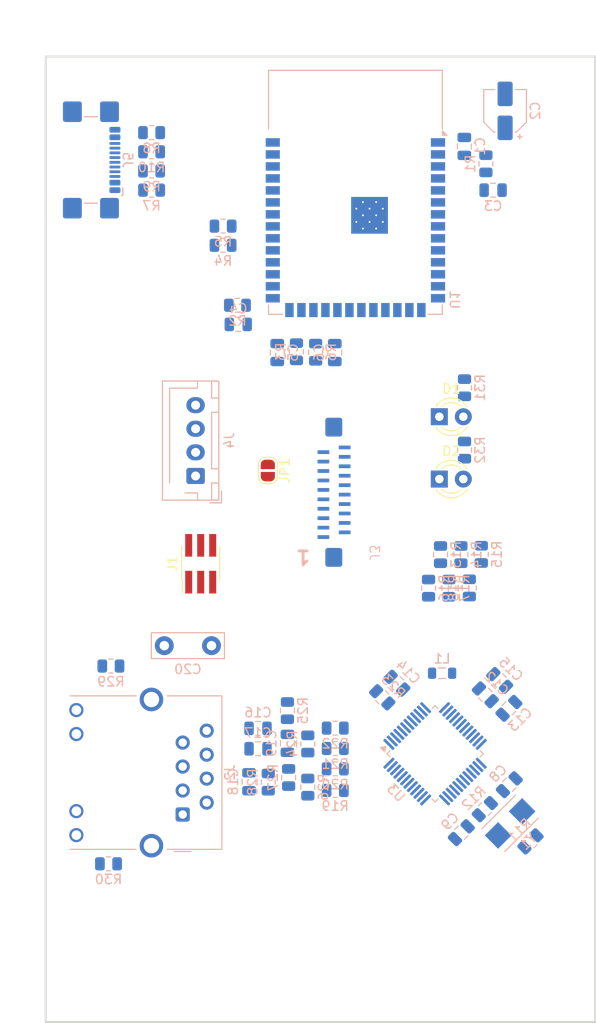
<source format=kicad_pcb>
(kicad_pcb (version 20241229) (generator "pcbnew") (generator_version "9.0")
  (layers (0 "F.Cu" signal) (2 "B.Cu" signal) (13 "F.Paste" user) (15 "B.Paste" user) (5 "F.SilkS" user "F.Silkscreen") (7 "B.SilkS" user "B.Silkscreen") (1 "F.Mask" user) (3 "B.Mask" user) (25 "Edge.Cuts" user))
  (net 0 "")
  (net 1 "GND")
  (net 2 "+3V3")
  (net 3 "+5V")
  (net 4 "/MCU/~{RESET}")
  (net 5 "/MCU/FactoryReset")
  (net 6 "/MCU/FlashBoot")
  (net 7 "/MCU/VDD_SPI")
  (net 8 "Earth_Protective")
  (net 9 "/Ethernet/LED_ACT")
  (net 10 "Net-(J2-TCT)")
  (net 11 "Net-(J2-Pad9)")
  (net 12 "/Ethernet/LED_LINK")
  (net 13 "/Ethernet/TD+")
  (net 14 "/Ethernet/RD+")
  (net 15 "Net-(J2-Pad12)")
  (net 16 "/Ethernet/RD-")
  (net 18 "/Ethernet/RCT")
  (net 19 "/Ethernet/TD-")
  (net 20 "/ADC.SDA")
  (net 21 "/ADC.SCL")
  (net 22 "/LED.Ena4")
  (net 23 "/LED.Data")
  (net 24 "/ADC.RDY")
  (net 25 "/LED.Ena2")
  (net 26 "/LED.Ena5")
  (net 27 "/LED.Ena7")
  (net 28 "/LED.Ena8")
  (net 29 "/LED.Ena3")
  (net 30 "/LED.Ena6")
  (net 31 "/LED.Ena1")
  (net 32 "+3.3VA")
  (net 33 "/MCU/I2C.SCL")
  (net 34 "/Ethernet/XI")
  (net 35 "/MCU/USB.D+")
  (net 36 "/MCU/USB.D-")
  (net 37 "/Ethernet/XO")
  (net 38 "/Eth.SCLK")
  (net 39 "/Eth.MOSI")
  (net 40 "/Eth.~{RST}")
  (net 41 "/Eth.~{SCS}")
  (net 42 "/Eth.MISO")
  (net 43 "/Eth.~{INT}")
  (net 44 "/MCU/I2C.SDA")
  (net 45 "Net-(C9-Pad1)")
  (net 46 "Net-(U3-1V2O)")
  (net 47 "Net-(U3-TOCAP)")
  (net 48 "Net-(C16-Pad1)")
  (net 49 "Net-(C17-Pad1)")
  (net 50 "Net-(U3-SCLK)")
  (net 51 "Net-(U3-MOSI)")
  (net 52 "Net-(U3-~{RST})")
  (net 53 "Net-(U3-~{SCS})")
  (net 54 "Net-(U3-MISO)")
  (net 55 "Net-(U3-~{INT})")
  (net 56 "Net-(U3-TXN)")
  (net 57 "Net-(U3-TXP)")
  (net 58 "Net-(U3-RXN)")
  (net 59 "Net-(U3-RXP)")
  (net 60 "Net-(U3-EXRES1)")
  (net 61 "/MCU/RX0 Download")
  (net 62 "/MCU/TX0 Download")
  (net 70 "Net-(D1-A)")
  (net 71 "/MCU/LED2")
  (net 75 "Net-(D2-A)")
  (net 76 "/MCU/LED1")
  (net 94 "Net-(J5-D+-PadA6)")
  (net 98 "Net-(J5-CC2)")
  (net 102 "Net-(J5-CC1)")
  (net 103 "Net-(J5-D--PadA7)")
  (footprint "LED_THT:LED_D3.0mm" (layer "F.Cu") (at 135.001 89.408)
    (property "Reference" "D2" (at 1.27 -2.96 0) (layer "F.SilkS"))
    (property "Value" "LED")
    (pad "1" thru_hole rect (at 0 0) (size 1.8 1.8) (drill 0.9) (layers "*.Cu" "*.Mask") (net 76 "/MCU/LED1"))
    (pad "2" thru_hole circle (at 2.54 0) (size 1.8 1.8) (drill 0.9) (layers "*.Cu" "*.Mask") (net 75 "Net-(D2-A)"))
  )
  (footprint "Jumper:SolderJumper-2_P1.3mm_Open_RoundedPad1.0x1.5mm" (layer "F.Cu") (at 116.84 88.504 -90)
    (property "Reference" "JP1" (at 0 -1.8 90) (layer "F.SilkS"))
    (property "Value" "Factory Reset")
    (pad "1" smd custom (at -0.65 0 270) (size 1 0.5) (layers "F.Cu" "F.Mask") (net 5 "/MCU/FactoryReset") (options (clearance outline) (anchor rect)) (primitives (gr_circle (center 0 0.25) (end 0.5 0.25) (width 0) (fill yes)) (gr_circle (center 0 -0.25) (end 0.5 -0.25) (width 0) (fill yes)) (gr_poly (pts (xy 0.5 0.75) (xy 0 0.75) (xy 0 -0.75) (xy 0.5 -0.75)) (width 0) (fill yes))))
    (pad "2" smd custom (at 0.65 0 270) (size 1 0.5) (layers "F.Cu" "F.Mask") (net 1 "GND") (options (clearance outline) (anchor rect)) (primitives (gr_circle (center 0 0.25) (end 0.5 0.25) (width 0) (fill yes)) (gr_circle (center 0 -0.25) (end 0.5 -0.25) (width 0) (fill yes)) (gr_poly (pts (xy 0 0.75) (xy -0.5 0.75) (xy -0.5 -0.75) (xy 0 -0.75)) (width 0) (fill yes))))
  )
  (footprint "Connector_PinHeader_1.27mm:PinHeader_2x03_P1.27mm_Vertical_SMD" (layer "F.Cu") (at 109.728 98.38 90)
    (property "Reference" "J1" (at 0 -3.015 90) (layer "F.SilkS"))
    (property "Value" "UART0")
    (pad "1" smd rect (at -1.95 -1.27 90) (size 2.4 0.74) (layers "F.Cu" "F.Mask" "F.Paste") (net 4 "/MCU/~{RESET}"))
    (pad "2" smd rect (at 1.95 -1.27 90) (size 2.4 0.74) (layers "F.Cu" "F.Mask" "F.Paste"))
    (pad "3" smd rect (at -1.95 0 90) (size 2.4 0.74) (layers "F.Cu" "F.Mask" "F.Paste") (net 62 "/MCU/TX0 Download"))
    (pad "4" smd rect (at 1.95 0 90) (size 2.4 0.74) (layers "F.Cu" "F.Mask" "F.Paste") (net 1 "GND"))
    (pad "5" smd rect (at -1.95 1.27 90) (size 2.4 0.74) (layers "F.Cu" "F.Mask" "F.Paste") (net 61 "/MCU/RX0 Download"))
    (pad "6" smd rect (at 1.95 1.27 90) (size 2.4 0.74) (layers "F.Cu" "F.Mask" "F.Paste") (net 6 "/MCU/FlashBoot"))
  )
  (footprint "LED_THT:LED_D3.0mm" (layer "F.Cu") (at 135.001 82.804)
    (property "Reference" "D1" (at 1.27 -2.96 0) (layer "F.SilkS"))
    (property "Value" "LED")
    (pad "1" thru_hole rect (at 0 0) (size 1.8 1.8) (drill 0.9) (layers "*.Cu" "*.Mask") (net 71 "/MCU/LED2"))
    (pad "2" thru_hole circle (at 2.54 0) (size 1.8 1.8) (drill 0.9) (layers "*.Cu" "*.Mask") (net 70 "Net-(D1-A)"))
  )
  (footprint "Resistor_SMD:R_0805_2012Metric" (layer "B.Cu") (at 100.219502 109.219999)
    (property "Reference" "R29" (at 0 1.65 0) (layer "B.SilkS") (effects (justify mirror)))
    (property "Value" "330")
    (pad "1" smd roundrect (at -0.9125 0) (size 1.025 1.4) (layers "B.Cu" "B.Mask" "B.Paste") (roundrect_rratio 0.243902) (net 15 "Net-(J2-Pad12)"))
    (pad "2" smd roundrect (at 0.9125 0) (size 1.025 1.4) (layers "B.Cu" "B.Mask" "B.Paste") (roundrect_rratio 0.243902) (net 2 "+3V3"))
  )
  (footprint "Resistor_SMD:R_0805_2012Metric" (layer "B.Cu") (at 121.071 122.047 90)
    (property "Reference" "R26" (at 0 1.65 90) (layer "B.SilkS") (effects (justify mirror)))
    (property "Value" "49.9")
    (pad "1" smd roundrect (at -0.9125 0 90) (size 1.025 1.4) (layers "B.Cu" "B.Mask" "B.Paste") (roundrect_rratio 0.243902) (net 19 "/Ethernet/TD-"))
    (pad "2" smd roundrect (at 0.9125 0 90) (size 1.025 1.4) (layers "B.Cu" "B.Mask" "B.Paste") (roundrect_rratio 0.243902) (net 32 "+3.3VA"))
  )
  (footprint "Capacitor_SMD:C_0805_2012Metric" (layer "B.Cu") (at 140.695 58.797)
    (property "Reference" "C3" (at 0 1.68 180) (layer "B.SilkS") (effects (justify mirror)))
    (property "Value" "0.1")
    (pad "1" smd roundrect (at -0.95 0) (size 1 1.45) (layers "B.Cu" "B.Mask" "B.Paste") (net 4 "/MCU/~{RESET}"))
    (pad "2" smd roundrect (at 0.95 0) (size 1 1.45) (layers "B.Cu" "B.Mask" "B.Paste") (net 1 "GND"))
  )
  (footprint "Resistor_SMD:R_0805_2012Metric" (layer "B.Cu") (at 123.975484 120.114553)
    (property "Reference" "R20" (at 0 1.65 0) (layer "B.SilkS") (effects (justify mirror)))
    (property "Value" "33")
    (pad "1" smd roundrect (at -0.9125 0) (size 1.025 1.4) (layers "B.Cu" "B.Mask" "B.Paste") (roundrect_rratio 0.243902) (net 13 "/Ethernet/TD+"))
    (pad "2" smd roundrect (at 0.9125 0) (size 1.025 1.4) (layers "B.Cu" "B.Mask" "B.Paste") (roundrect_rratio 0.243902) (net 57 "Net-(U3-TXP)"))
  )
  (footprint "Capacitor_SMD:C_0805_2012Metric" (layer "B.Cu") (at 139.867 112.268 135)
    (property "Reference" "C12" (at 0 1.679999 135) (layer "B.SilkS") (effects (justify mirror)))
    (property "Value" "0.1u")
    (pad "1" smd roundrect (at -0.949999 0 135) (size 1 1.45) (layers "B.Cu" "B.Mask" "B.Paste") (net 2 "+3V3"))
    (pad "2" smd roundrect (at 0.949999 0 135) (size 1 1.45) (layers "B.Cu" "B.Mask" "B.Paste") (net 1 "GND"))
  )
  (footprint "Resistor_SMD:R_0805_2012Metric" (layer "B.Cu") (at 112.0965 62.607)
    (property "Reference" "R5" (at 0 1.65 180) (layer "B.SilkS") (effects (justify mirror)))
    (property "Value" "10k")
    (pad "1" smd roundrect (at -0.9125 0) (size 1.025 1.4) (layers "B.Cu" "B.Mask" "B.Paste") (roundrect_rratio 0.243902) (net 2 "+3V3"))
    (pad "2" smd roundrect (at 0.9125 0) (size 1.025 1.4) (layers "B.Cu" "B.Mask" "B.Paste") (roundrect_rratio 0.243902) (net 44 "/MCU/I2C.SDA"))
  )
  (footprint "Resistor_SMD:R_0805_2012Metric" (layer "B.Cu") (at 116.880001 121.5155 -90)
    (property "Reference" "R28" (at 0 1.65 90) (layer "B.SilkS") (effects (justify mirror)))
    (property "Value" "10")
    (pad "1" smd roundrect (at -0.9125 0 270) (size 1.025 1.4) (layers "B.Cu" "B.Mask" "B.Paste") (roundrect_rratio 0.243902) (net 10 "Net-(J2-TCT)"))
    (pad "2" smd roundrect (at 0.9125 0 270) (size 1.025 1.4) (layers "B.Cu" "B.Mask" "B.Paste") (roundrect_rratio 0.243902) (net 2 "+3V3"))
  )
  (footprint "Connector_USB:USB_C_Receptacle_GCT_USB4110" (layer "B.Cu") (at 96.964 55.596 90)
    (property "Reference" "J5" (at 0 5.015001 270) (layer "B.SilkS") (effects (justify mirror)))
    (property "Value" "USB_C_Receptacle_USB2.0_16P")
    (pad "" np_thru_hole circle (at -2.89 2.605 90) (size 0.65 0.65) (drill 0.65) (layers "*.Cu" "*.Mask"))
    (pad "" np_thru_hole circle (at 2.89 2.605 90) (size 0.65 0.65) (drill 0.65) (layers "*.Cu" "*.Mask"))
    (pad "A1" smd roundrect (at -3.2 3.68 90) (size 0.6 1.15) (layers "B.Cu" "B.Mask" "B.Paste") (net 1 "GND"))
    (pad "A4" smd roundrect (at -2.4 3.68 90) (size 0.6 1.15) (layers "B.Cu" "B.Mask" "B.Paste"))
    (pad "A5" smd roundrect (at -1.25 3.679999 90) (size 0.3 1.15) (layers "B.Cu" "B.Mask" "B.Paste") (net 102 "Net-(J5-CC1)"))
    (pad "A6" smd roundrect (at -0.25 3.68 90) (size 0.3 1.15) (layers "B.Cu" "B.Mask" "B.Paste") (net 94 "Net-(J5-D+-PadA6)"))
    (pad "A7" smd roundrect (at 0.25 3.68 90) (size 0.3 1.15) (layers "B.Cu" "B.Mask" "B.Paste") (net 103 "Net-(J5-D--PadA7)"))
    (pad "A8" smd roundrect (at 1.25 3.679999 90) (size 0.3 1.15) (layers "B.Cu" "B.Mask" "B.Paste"))
    (pad "A9" smd roundrect (at 2.4 3.68 90) (size 0.6 1.15) (layers "B.Cu" "B.Mask" "B.Paste"))
    (pad "A12" smd roundrect (at 3.2 3.68 90) (size 0.6 1.15) (layers "B.Cu" "B.Mask" "B.Paste") (net 1 "GND"))
    (pad "B1" smd roundrect (at 3.2 3.68 90) (size 0.6 1.15) (layers "B.Cu" "B.Mask" "B.Paste") (net 1 "GND"))
    (pad "B4" smd roundrect (at 2.4 3.68 90) (size 0.6 1.15) (layers "B.Cu" "B.Mask" "B.Paste"))
    (pad "B5" smd roundrect (at 1.75 3.68 90) (size 0.3 1.15) (layers "B.Cu" "B.Mask" "B.Paste") (net 98 "Net-(J5-CC2)"))
    (pad "B6" smd roundrect (at 0.75 3.68 90) (size 0.3 1.15) (layers "B.Cu" "B.Mask" "B.Paste") (net 94 "Net-(J5-D+-PadA6)"))
    (pad "B7" smd roundrect (at -0.75 3.68 90) (size 0.3 1.15) (layers "B.Cu" "B.Mask" "B.Paste") (net 103 "Net-(J5-D--PadA7)"))
    (pad "B8" smd roundrect (at -1.75 3.68 90) (size 0.3 1.15) (layers "B.Cu" "B.Mask" "B.Paste"))
    (pad "B9" smd roundrect (at -2.4 3.68 90) (size 0.6 1.15) (layers "B.Cu" "B.Mask" "B.Paste"))
    (pad "B12" smd roundrect (at -3.2 3.68 90) (size 0.6 1.15) (layers "B.Cu" "B.Mask" "B.Paste") (net 1 "GND"))
    (pad "S1" smd roundrect (at -5.11 -0.825 90) (size 2.18 2) (layers "B.Cu" "B.Mask" "B.Paste") (roundrect_rratio 0.125) (net 1 "GND"))
    (pad "S1" smd roundrect (at -5.11 3.105 90) (size 2.18 2) (layers "B.Cu" "B.Mask" "B.Paste") (roundrect_rratio 0.125) (net 1 "GND"))
    (pad "S1" smd roundrect (at 5.11 -0.825 90) (size 2.18 2) (layers "B.Cu" "B.Mask" "B.Paste") (roundrect_rratio 0.125) (net 1 "GND"))
    (pad "S1" smd roundrect (at 5.11 3.105 90) (size 2.18 2) (layers "B.Cu" "B.Mask" "B.Paste") (roundrect_rratio 0.125) (net 1 "GND"))
  )
  (footprint "Capacitor_SMD:C_0805_2012Metric" (layer "B.Cu") (at 115.798002 115.823999 180)
    (property "Reference" "C16" (at 0 1.679999 0) (layer "B.SilkS") (effects (justify mirror)))
    (property "Value" "6n8")
    (pad "1" smd roundrect (at -0.949999 0 180) (size 1 1.45) (layers "B.Cu" "B.Mask" "B.Paste") (net 48 "Net-(C16-Pad1)"))
    (pad "2" smd roundrect (at 0.949999 0 180) (size 1 1.45) (layers "B.Cu" "B.Mask" "B.Paste") (net 14 "/Ethernet/RD+"))
  )
  (footprint "Capacitor_SMD:C_0805_2012Metric" (layer "B.Cu") (at 113.705 73.021 180)
    (property "Reference" "C4" (at 0 1.68 180) (layer "B.SilkS") (effects (justify mirror)))
    (property "Value" "0.1")
    (pad "1" smd roundrect (at -0.95 0 180) (size 1 1.45) (layers "B.Cu" "B.Mask" "B.Paste") (net 6 "/MCU/FlashBoot"))
    (pad "2" smd roundrect (at 0.95 0 180) (size 1 1.45) (layers "B.Cu" "B.Mask" "B.Paste") (net 1 "GND"))
  )
  (footprint "Capacitor_SMD:CP_Elec_4x5.4" (layer "B.Cu") (at 141.965 50.393 90)
    (property "Reference" "C2" (at 0 3.2 90) (layer "B.SilkS") (effects (justify mirror)))
    (property "Value" "10u 25V")
    (pad "1" smd roundrect (at -1.8 0 90) (size 2.6 1.6) (layers "B.Cu" "B.Mask" "B.Paste") (roundrect_rratio 0.15625) (net 2 "+3V3"))
    (pad "2" smd roundrect (at 1.8 0 90) (size 2.6 1.6) (layers "B.Cu" "B.Mask" "B.Paste") (roundrect_rratio 0.15625) (net 1 "GND"))
  )
  (footprint "Capacitor_SMD:C_0805_2012Metric" (layer "B.Cu") (at 142.407002 121.792999 -135)
    (property "Reference" "C8" (at 0 1.679999 45) (layer "B.SilkS") (effects (justify mirror)))
    (property "Value" "18")
    (pad "1" smd roundrect (at -0.949999 0 225) (size 1 1.45) (layers "B.Cu" "B.Mask" "B.Paste") (net 1 "GND"))
    (pad "2" smd roundrect (at 0.949999 0 225) (size 1 1.45) (layers "B.Cu" "B.Mask" "B.Paste") (net 34 "/Ethernet/XI"))
  )
  (footprint "Resistor_SMD:R_0805_2012Metric" (layer "B.Cu") (at 123.975485 117.955554)
    (property "Reference" "R21" (at 0 1.65 0) (layer "B.SilkS") (effects (justify mirror)))
    (property "Value" "33")
    (pad "1" smd roundrect (at -0.9125 0) (size 1.025 1.4) (layers "B.Cu" "B.Mask" "B.Paste") (roundrect_rratio 0.243902) (net 49 "Net-(C17-Pad1)"))
    (pad "2" smd roundrect (at 0.9125 0) (size 1.025 1.4) (layers "B.Cu" "B.Mask" "B.Paste") (roundrect_rratio 0.243902) (net 58 "Net-(U3-RXN)"))
  )
  (footprint "Resistor_SMD:R_0805_2012Metric" (layer "B.Cu") (at 139.933 56.003 -90)
    (property "Reference" "R1" (at 0 1.65 90) (layer "B.SilkS") (effects (justify mirror)))
    (property "Value" "10k")
    (pad "1" smd roundrect (at -0.9125 0 270) (size 1.025 1.4) (layers "B.Cu" "B.Mask" "B.Paste") (roundrect_rratio 0.243902) (net 2 "+3V3"))
    (pad "2" smd roundrect (at 0.9125 0 270) (size 1.025 1.4) (layers "B.Cu" "B.Mask" "B.Paste") (roundrect_rratio 0.243902) (net 4 "/MCU/~{RESET}"))
  )
  (footprint "Resistor_SMD:R_0805_2012Metric" (layer "B.Cu") (at 138.176 100.9415 -90)
    (property "Reference" "R18" (at 0 1.65 90) (layer "B.SilkS") (effects (justify mirror)))
    (property "Value" "50")
    (pad "1" smd roundrect (at -0.9125 0 270) (size 1.025 1.4) (layers "B.Cu" "B.Mask" "B.Paste") (roundrect_rratio 0.243902) (net 55 "Net-(U3-~{INT})"))
    (pad "2" smd roundrect (at 0.9125 0 270) (size 1.025 1.4) (layers "B.Cu" "B.Mask" "B.Paste") (roundrect_rratio 0.243902) (net 43 "/Eth.~{INT}"))
  )
  (footprint "Crystal:Crystal_SMD_Qantek_QC5CB-2Pin_5x3.2mm" (layer "B.Cu") (at 142.497249 125.893751 45)
    (property "Reference" "Y1" (at 0 2.7 45) (layer "B.SilkS") (effects (justify mirror)))
    (property "Value" "25MHz")
    (pad "1" smd rect (at -1.8 0 45) (size 2 2) (layers "B.Cu" "B.Mask" "B.Paste") (net 45 "Net-(C9-Pad1)"))
    (pad "2" smd rect (at 1.8 0 45) (size 2 2) (layers "B.Cu" "B.Mask" "B.Paste") (net 34 "/Ethernet/XI"))
  )
  (footprint "Capacitor_SMD:C_0805_2012Metric" (layer "B.Cu") (at 137.327002 126.872999 -135)
    (property "Reference" "C9" (at 0 1.679999 45) (layer "B.SilkS") (effects (justify mirror)))
    (property "Value" "18")
    (pad "1" smd roundrect (at -0.949999 0 225) (size 1 1.45) (layers "B.Cu" "B.Mask" "B.Paste") (net 45 "Net-(C9-Pad1)"))
    (pad "2" smd roundrect (at 0.949999 0 225) (size 1 1.45) (layers "B.Cu" "B.Mask" "B.Paste") (net 1 "GND"))
  )
  (footprint "Capacitor_SMD:C_0805_2012Metric" (layer "B.Cu") (at 123.931 76.003 -90)
    (property "Reference" "C6" (at 0 1.68 90) (layer "B.SilkS") (effects (justify mirror)))
    (property "Value" "0.1")
    (pad "1" smd roundrect (at -0.95 0 270) (size 1 1.45) (layers "B.Cu" "B.Mask" "B.Paste") (net 5 "/MCU/FactoryReset"))
    (pad "2" smd roundrect (at 0.95 0 270) (size 1 1.45) (layers "B.Cu" "B.Mask" "B.Paste") (net 1 "GND"))
  )
  (footprint "Resistor_SMD:R_0805_2012Metric" (layer "B.Cu") (at 121.899 75.9655 90)
    (property "Reference" "R6" (at 0 1.65 90) (layer "B.SilkS") (effects (justify mirror)))
    (property "Value" "10k")
    (pad "1" smd roundrect (at -0.9125 0 90) (size 1.025 1.4) (layers "B.Cu" "B.Mask" "B.Paste") (roundrect_rratio 0.243902) (net 2 "+3V3"))
    (pad "2" smd roundrect (at 0.9125 0 90) (size 1.025 1.4) (layers "B.Cu" "B.Mask" "B.Paste") (roundrect_rratio 0.243902) (net 5 "/MCU/FactoryReset"))
  )
  (footprint "Resistor_SMD:R_0805_2012Metric" (layer "B.Cu") (at 137.668 86.3365 90)
    (property "Reference" "R32" (at 0 1.65 90) (layer "B.SilkS") (effects (justify mirror)))
    (property "Value" "330")
    (pad "1" smd roundrect (at -0.9125 0 90) (size 1.025 1.4) (layers "B.Cu" "B.Mask" "B.Paste") (roundrect_rratio 0.243902) (net 75 "Net-(D2-A)"))
    (pad "2" smd roundrect (at 0.9125 0 90) (size 1.025 1.4) (layers "B.Cu" "B.Mask" "B.Paste") (roundrect_rratio 0.243902) (net 2 "+3V3"))
  )
  (footprint "Package_QFP:LQFP-48_7x7mm_P0.5mm" (layer "B.Cu") (at 134.550215 118.518449 -45)
    (property "Reference" "U3" (at 0 5.85 135) (layer "B.SilkS") (effects (justify mirror)))
    (property "Value" "W5500")
    (pad "1" smd roundrect (at -4.1625 2.75 315) (size 1.475 0.3) (layers "B.Cu" "B.Mask" "B.Paste") (net 56 "Net-(U3-TXN)"))
    (pad "2" smd roundrect (at -4.1625 2.25 315) (size 1.475 0.3) (layers "B.Cu" "B.Mask" "B.Paste") (net 57 "Net-(U3-TXP)"))
    (pad "3" smd roundrect (at -4.1625 1.75 315) (size 1.475 0.3) (layers "B.Cu" "B.Mask" "B.Paste") (net 1 "GND"))
    (pad "4" smd roundrect (at -4.1625 1.249999 315) (size 1.475 0.3) (layers "B.Cu" "B.Mask" "B.Paste") (net 32 "+3.3VA"))
    (pad "5" smd roundrect (at -4.1625 0.75 315) (size 1.475 0.3) (layers "B.Cu" "B.Mask" "B.Paste") (net 58 "Net-(U3-RXN)"))
    (pad "6" smd roundrect (at -4.1625 0.25 315) (size 1.475 0.3) (layers "B.Cu" "B.Mask" "B.Paste") (net 59 "Net-(U3-RXP)"))
    (pad "7" smd roundrect (at -4.1625 -0.25 315) (size 1.475 0.3) (layers "B.Cu" "B.Mask" "B.Paste"))
    (pad "8" smd roundrect (at -4.1625 -0.75 315) (size 1.475 0.3) (layers "B.Cu" "B.Mask" "B.Paste") (net 32 "+3.3VA"))
    (pad "9" smd roundrect (at -4.1625 -1.249999 315) (size 1.475 0.3) (layers "B.Cu" "B.Mask" "B.Paste") (net 1 "GND"))
    (pad "10" smd roundrect (at -4.1625 -1.75 315) (size 1.475 0.3) (layers "B.Cu" "B.Mask" "B.Paste") (net 60 "Net-(U3-EXRES1)"))
    (pad "11" smd roundrect (at -4.1625 -2.25 315) (size 1.475 0.3) (layers "B.Cu" "B.Mask" "B.Paste") (net 32 "+3.3VA"))
    (pad "12" smd roundrect (at -4.1625 -2.75 315) (size 1.475 0.3) (layers "B.Cu" "B.Mask" "B.Paste"))
    (pad "13" smd roundrect (at -2.75 -4.1625 315) (size 0.3 1.475) (layers "B.Cu" "B.Mask" "B.Paste"))
    (pad "14" smd roundrect (at -2.25 -4.1625 315) (size 0.3 1.475) (layers "B.Cu" "B.Mask" "B.Paste") (net 1 "GND"))
    (pad "15" smd roundrect (at -1.75 -4.1625 315) (size 0.3 1.475) (layers "B.Cu" "B.Mask" "B.Paste") (net 32 "+3.3VA"))
    (pad "16" smd roundrect (at -1.249999 -4.1625 315) (size 0.3 1.475) (layers "B.Cu" "B.Mask" "B.Paste") (net 1 "GND"))
    (pad "17" smd roundrect (at -0.75 -4.1625 315) (size 0.3 1.475) (layers "B.Cu" "B.Mask" "B.Paste") (net 32 "+3.3VA"))
    (pad "18" smd roundrect (at -0.25 -4.1625 315) (size 0.3 1.475) (layers "B.Cu" "B.Mask" "B.Paste"))
    (pad "19" smd roundrect (at 0.25 -4.1625 315) (size 0.3 1.475) (layers "B.Cu" "B.Mask" "B.Paste") (net 1 "GND"))
    (pad "20" smd roundrect (at 0.75 -4.1625 315) (size 0.3 1.475) (layers "B.Cu" "B.Mask" "B.Paste") (net 47 "Net-(U3-TOCAP)"))
    (pad "21" smd roundrect (at 1.249999 -4.1625 315) (size 0.3 1.475) (layers "B.Cu" "B.Mask" "B.Paste") (net 32 "+3.3VA"))
    (pad "22" smd roundrect (at 1.75 -4.1625 315) (size 0.3 1.475) (layers "B.Cu" "B.Mask" "B.Paste") (net 46 "Net-(U3-1V2O)"))
    (pad "23" smd roundrect (at 2.25 -4.1625 315) (size 0.3 1.475) (layers "B.Cu" "B.Mask" "B.Paste") (net 1 "GND"))
    (pad "24" smd roundrect (at 2.75 -4.1625 315) (size 0.3 1.475) (layers "B.Cu" "B.Mask" "B.Paste"))
    (pad "25" smd roundrect (at 4.1625 -2.75 315) (size 1.475 0.3) (layers "B.Cu" "B.Mask" "B.Paste") (net 12 "/Ethernet/LED_LINK"))
    (pad "26" smd roundrect (at 4.1625 -2.25 315) (size 1.475 0.3) (layers "B.Cu" "B.Mask" "B.Paste"))
    (pad "27" smd roundrect (at 4.1625 -1.75 315) (size 1.475 0.3) (layers "B.Cu" "B.Mask" "B.Paste") (net 9 "/Ethernet/LED_ACT"))
    (pad "28" smd roundrect (at 4.1625 -1.249999 315) (size 1.475 0.3) (layers "B.Cu" "B.Mask" "B.Paste") (net 2 "+3V3"))
    (pad "29" smd roundrect (at 4.1625 -0.75 315) (size 1.475 0.3) (layers "B.Cu" "B.Mask" "B.Paste") (net 1 "GND"))
    (pad "30" smd roundrect (at 4.1625 -0.25 315) (size 1.475 0.3) (layers "B.Cu" "B.Mask" "B.Paste") (net 34 "/Ethernet/XI"))
    (pad "31" smd roundrect (at 4.1625 0.25 315) (size 1.475 0.3) (layers "B.Cu" "B.Mask" "B.Paste") (net 37 "/Ethernet/XO"))
    (pad "32" smd roundrect (at 4.1625 0.75 315) (size 1.475 0.3) (layers "B.Cu" "B.Mask" "B.Paste") (net 53 "Net-(U3-~{SCS})"))
    (pad "33" smd roundrect (at 4.1625 1.249999 315) (size 1.475 0.3) (layers "B.Cu" "B.Mask" "B.Paste") (net 50 "Net-(U3-SCLK)"))
    (pad "34" smd roundrect (at 4.1625 1.75 315) (size 1.475 0.3) (layers "B.Cu" "B.Mask" "B.Paste") (net 54 "Net-(U3-MISO)"))
    (pad "35" smd roundrect (at 4.1625 2.25 315) (size 1.475 0.3) (layers "B.Cu" "B.Mask" "B.Paste") (net 51 "Net-(U3-MOSI)"))
    (pad "36" smd roundrect (at 4.1625 2.75 315) (size 1.475 0.3) (layers "B.Cu" "B.Mask" "B.Paste") (net 55 "Net-(U3-~{INT})"))
    (pad "37" smd roundrect (at 2.75 4.1625 315) (size 0.3 1.475) (layers "B.Cu" "B.Mask" "B.Paste") (net 52 "Net-(U3-~{RST})"))
    (pad "38" smd roundrect (at 2.25 4.1625 315) (size 0.3 1.475) (layers "B.Cu" "B.Mask" "B.Paste"))
    (pad "39" smd roundrect (at 1.75 4.1625 315) (size 0.3 1.475) (layers "B.Cu" "B.Mask" "B.Paste"))
    (pad "40" smd roundrect (at 1.249999 4.1625 315) (size 0.3 1.475) (layers "B.Cu" "B.Mask" "B.Paste"))
    (pad "41" smd roundrect (at 0.75 4.1625 315) (size 0.3 1.475) (layers "B.Cu" "B.Mask" "B.Paste"))
    (pad "42" smd roundrect (at 0.25 4.1625 315) (size 0.3 1.475) (layers "B.Cu" "B.Mask" "B.Paste"))
    (pad "43" smd roundrect (at -0.25 4.1625 315) (size 0.3 1.475) (layers "B.Cu" "B.Mask" "B.Paste"))
    (pad "44" smd roundrect (at -0.75 4.1625 315) (size 0.3 1.475) (layers "B.Cu" "B.Mask" "B.Paste"))
    (pad "45" smd roundrect (at -1.249999 4.1625 315) (size 0.3 1.475) (layers "B.Cu" "B.Mask" "B.Paste"))
    (pad "46" smd roundrect (at -1.75 4.1625 315) (size 0.3 1.475) (layers "B.Cu" "B.Mask" "B.Paste"))
    (pad "47" smd roundrect (at -2.25 4.1625 315) (size 0.3 1.475) (layers "B.Cu" "B.Mask" "B.Paste"))
    (pad "48" smd roundrect (at -2.75 4.1625 315) (size 0.3 1.475) (layers "B.Cu" "B.Mask" "B.Paste") (net 1 "GND"))
  )
  (footprint "Resistor_SMD:R_0805_2012Metric" (layer "B.Cu") (at 137.668 79.7325 90)
    (property "Reference" "R31" (at 0 1.65 90) (layer "B.SilkS") (effects (justify mirror)))
    (property "Value" "330")
    (pad "1" smd roundrect (at -0.9125 0 90) (size 1.025 1.4) (layers "B.Cu" "B.Mask" "B.Paste") (roundrect_rratio 0.243902) (net 70 "Net-(D1-A)"))
    (pad "2" smd roundrect (at 0.9125 0 90) (size 1.025 1.4) (layers "B.Cu" "B.Mask" "B.Paste") (roundrect_rratio 0.243902) (net 2 "+3V3"))
  )
  (footprint "Capacitor_SMD:C_0805_2012Metric" (layer "B.Cu") (at 118.912002 117.408998 -90)
    (property "Reference" "C19" (at 0 1.679999 90) (layer "B.SilkS") (effects (justify mirror)))
    (property "Value" "22n")
    (pad "1" smd roundrect (at -0.949999 0 270) (size 1 1.45) (layers "B.Cu" "B.Mask" "B.Paste") (net 18 "/Ethernet/RCT"))
    (pad "2" smd roundrect (at 0.949999 0 270) (size 1 1.45) (layers "B.Cu" "B.Mask" "B.Paste") (net 1 "GND"))
  )
  (footprint "Resistor_SMD:R_0805_2012Metric" (layer "B.Cu") (at 128.955236 112.532235 135)
    (property "Reference" "R23" (at 0 1.65 135) (layer "B.SilkS") (effects (justify mirror)))
    (property "Value" "12k4 1%")
    (pad "1" smd roundrect (at -0.9125 0 135) (size 1.025 1.4) (layers "B.Cu" "B.Mask" "B.Paste") (roundrect_rratio 0.243902) (net 60 "Net-(U3-EXRES1)"))
    (pad "2" smd roundrect (at 0.9125 0 135) (size 1.025 1.4) (layers "B.Cu" "B.Mask" "B.Paste") (roundrect_rratio 0.243902) (net 1 "GND"))
  )
  (footprint "Resistor_SMD:R_0805_2012Metric" (layer "B.Cu") (at 123.975484 122.400554)
    (property "Reference" "R19" (at 0 1.65 0) (layer "B.SilkS") (effects (justify mirror)))
    (property "Value" "33")
    (pad "1" smd roundrect (at -0.9125 0) (size 1.025 1.4) (layers "B.Cu" "B.Mask" "B.Paste") (roundrect_rratio 0.243902) (net 19 "/Ethernet/TD-"))
    (pad "2" smd roundrect (at 0.9125 0) (size 1.025 1.4) (layers "B.Cu" "B.Mask" "B.Paste") (roundrect_rratio 0.243902) (net 56 "Net-(U3-TXN)"))
  )
  (footprint "Resistor_SMD:R_0805_2012Metric" (layer "B.Cu") (at 123.975484 115.796554)
    (property "Reference" "R22" (at 0 1.65 0) (layer "B.SilkS") (effects (justify mirror)))
    (property "Value" "33")
    (pad "1" smd roundrect (at -0.9125 0) (size 1.025 1.4) (layers "B.Cu" "B.Mask" "B.Paste") (roundrect_rratio 0.243902) (net 48 "Net-(C16-Pad1)"))
    (pad "2" smd roundrect (at 0.9125 0) (size 1.025 1.4) (layers "B.Cu" "B.Mask" "B.Paste") (roundrect_rratio 0.243902) (net 59 "Net-(U3-RXP)"))
  )
  (footprint "Resistor_SMD:R_0805_2012Metric" (layer "B.Cu") (at 121.071 117.475 -90)
    (property "Reference" "R24" (at 0 1.65 90) (layer "B.SilkS") (effects (justify mirror)))
    (property "Value" "49.9")
    (pad "1" smd roundrect (at -0.9125 0 270) (size 1.025 1.4) (layers "B.Cu" "B.Mask" "B.Paste") (roundrect_rratio 0.243902) (net 18 "/Ethernet/RCT"))
    (pad "2" smd roundrect (at 0.9125 0 270) (size 1.025 1.4) (layers "B.Cu" "B.Mask" "B.Paste") (roundrect_rratio 0.243902) (net 49 "Net-(C17-Pad1)"))
  )
  (footprint "Capacitor_SMD:C_0805_2012Metric" (layer "B.Cu") (at 137.647 54.158999 90)
    (property "Reference" "C1" (at 0 1.679999 90) (layer "B.SilkS") (effects (justify mirror)))
    (property "Value" "0.1")
    (pad "1" smd roundrect (at -0.949999 0 90) (size 1 1.45) (layers "B.Cu" "B.Mask" "B.Paste") (net 2 "+3V3"))
    (pad "2" smd roundrect (at 0.949999 0 90) (size 1 1.45) (layers "B.Cu" "B.Mask" "B.Paste") (net 1 "GND"))
  )
  (footprint "Capacitor_SMD:C_0805_2012Metric" (layer "B.Cu") (at 117.835 76.003 90)
    (property "Reference" "C5" (at 0 1.68 90) (layer "B.SilkS") (effects (justify mirror)))
    (property "Value" "0.1")
    (pad "1" smd roundrect (at -0.95 0 90) (size 1 1.45) (layers "B.Cu" "B.Mask" "B.Paste") (net 2 "+3V3"))
    (pad "2" smd roundrect (at 0.95 0 90) (size 1 1.45) (layers "B.Cu" "B.Mask" "B.Paste") (net 7 "/MCU/VDD_SPI"))
  )
  (footprint "ProjLibrary:FPC0520A1-20PVSZS1" (layer "B.Cu") (at 123.825 90.805 90)
    (property "Reference" "J3" (at -6.4 4.3 270) (layer "B.SilkS") (effects (font (thickness 0.1)) (justify mirror)))
    (property "Value" "Conn_01x18")
    (pad "1" smd roundrect (at -4.75 -1.1 90) (size 0.4 1.25) (layers "B.Cu" "B.Mask" "B.Paste") (roundrect_rratio 0.15) (net 1 "GND"))
    (pad "2" smd roundrect (at -4.25 1.15 90) (size 0.4 1.25) (layers "B.Cu" "B.Mask" "B.Paste") (roundrect_rratio 0.15) (net 23 "/LED.Data"))
    (pad "3" smd roundrect (at -3.75 -1.1 90) (size 0.4 1.25) (layers "B.Cu" "B.Mask" "B.Paste") (roundrect_rratio 0.15) (net 1 "GND"))
    (pad "4" smd roundrect (at -3.25 1.15 90) (size 0.4 1.25) (layers "B.Cu" "B.Mask" "B.Paste") (roundrect_rratio 0.15) (net 31 "/LED.Ena1"))
    (pad "5" smd roundrect (at -2.75 -1.1 90) (size 0.4 1.25) (layers "B.Cu" "B.Mask" "B.Paste") (roundrect_rratio 0.15) (net 25 "/LED.Ena2"))
    (pad "6" smd roundrect (at -2.25 1.15 90) (size 0.4 1.25) (layers "B.Cu" "B.Mask" "B.Paste") (roundrect_rratio 0.15) (net 1 "GND"))
    (pad "7" smd roundrect (at -1.75 -1.1 90) (size 0.4 1.25) (layers "B.Cu" "B.Mask" "B.Paste") (roundrect_rratio 0.15) (net 29 "/LED.Ena3"))
    (pad "8" smd roundrect (at -1.25 1.15 90) (size 0.4 1.25) (layers "B.Cu" "B.Mask" "B.Paste") (roundrect_rratio 0.15) (net 22 "/LED.Ena4"))
    (pad "9" smd roundrect (at -0.75 -1.1 90) (size 0.4 1.25) (layers "B.Cu" "B.Mask" "B.Paste") (roundrect_rratio 0.15) (net 1 "GND"))
    (pad "10" smd roundrect (at -0.25 1.15 90) (size 0.4 1.25) (layers "B.Cu" "B.Mask" "B.Paste") (roundrect_rratio 0.15) (net 26 "/LED.Ena5"))
    (pad "11" smd roundrect (at 0.25 -1.1 90) (size 0.4 1.25) (layers "B.Cu" "B.Mask" "B.Paste") (roundrect_rratio 0.15) (net 30 "/LED.Ena6"))
    (pad "12" smd roundrect (at 0.75 1.15 90) (size 0.4 1.25) (layers "B.Cu" "B.Mask" "B.Paste") (roundrect_rratio 0.15) (net 1 "GND"))
    (pad "13" smd roundrect (at 1.25 -1.1 90) (size 0.4 1.25) (layers "B.Cu" "B.Mask" "B.Paste") (roundrect_rratio 0.15) (net 27 "/LED.Ena7"))
    (pad "14" smd roundrect (at 1.75 1.15 90) (size 0.4 1.25) (layers "B.Cu" "B.Mask" "B.Paste") (roundrect_rratio 0.15) (net 28 "/LED.Ena8"))
    (pad "15" smd roundrect (at 2.25 -1.1 90) (size 0.4 1.25) (layers "B.Cu" "B.Mask" "B.Paste") (roundrect_rratio 0.15) (net 1 "GND"))
    (pad "16" smd roundrect (at 2.75 1.15 90) (size 0.4 1.25) (layers "B.Cu" "B.Mask" "B.Paste") (roundrect_rratio 0.15) (net 24 "/ADC.RDY"))
    (pad "17" smd roundrect (at 3.25 -1.1 90) (size 0.4 1.25) (layers "B.Cu" "B.Mask" "B.Paste") (roundrect_rratio 0.15) (net 21 "/ADC.SCL"))
    (pad "18" smd roundrect (at 3.75 1.15 90) (size 0.4 1.25) (layers "B.Cu" "B.Mask" "B.Paste") (roundrect_rratio 0.15) (net 1 "GND"))
    (pad "19" smd roundrect (at 4.25 -1.1 90) (size 0.4 1.25) (layers "B.Cu" "B.Mask" "B.Paste") (roundrect_rratio 0.15) (net 20 "/ADC.SDA"))
    (pad "20" smd roundrect (at 4.75 1.15 90) (size 0.4 1.25) (layers "B.Cu" "B.Mask" "B.Paste") (roundrect_rratio 0.15) (net 1 "GND"))
    (pad "MP" smd roundrect (at -6.9 0 90) (size 2 1.8) (layers "B.Cu" "B.Mask" "B.Paste") (roundrect_rratio 0.15) (net 1 "GND"))
    (pad "MP" smd roundrect (at 6.9 0 90) (size 2 1.8) (layers "B.Cu" "B.Mask" "B.Paste") (roundrect_rratio 0.15) (net 1 "GND"))
  )
  (footprint "Resistor_SMD:R_0805_2012Metric" (layer "B.Cu") (at 119.867 75.9185 -90)
    (property "Reference" "R3" (at 0 1.65 90) (layer "B.SilkS") (effects (justify mirror)))
    (property "Value" "10k")
    (pad "1" smd roundrect (at -0.9125 0 270) (size 1.025 1.4) (layers "B.Cu" "B.Mask" "B.Paste") (roundrect_rratio 0.243902) (net 7 "/MCU/VDD_SPI"))
    (pad "2" smd roundrect (at 0.9125 0 270) (size 1.025 1.4) (layers "B.Cu" "B.Mask" "B.Paste") (roundrect_rratio 0.243902) (net 1 "GND"))
  )
  (footprint "Connector_JST:JST_XH_B4B-XH-AM_1x04_P2.50mm_Vertical" (layer "B.Cu") (at 109.188 89.078 90)
    (property "Reference" "J4" (at 3.75 3.55 90) (layer "B.SilkS") (effects (justify mirror)))
    (property "Value" "Conn_01x04")
    (pad "" np_thru_hole circle (at -1.6 -2 90) (size 1.2 1.2) (drill 1.2) (layers "*.Cu" "*.Mask"))
    (pad "1" thru_hole roundrect (at 0 0 90) (size 1.7 1.95) (drill 0.95) (layers "*.Cu" "*.Mask") (roundrect_rratio 0.147059) (net 2 "+3V3"))
    (pad "2" thru_hole oval (at 2.5 0 90) (size 1.7 1.95) (drill 0.95) (layers "*.Cu" "*.Mask") (net 3 "+5V"))
    (pad "3" thru_hole oval (at 5 0 90) (size 1.7 1.95) (drill 0.95) (layers "*.Cu" "*.Mask") (net 1 "GND"))
    (pad "4" thru_hole oval (at 7.5 0 90) (size 1.7 1.95) (drill 0.95) (layers "*.Cu" "*.Mask") (net 8 "Earth_Protective"))
  )
  (footprint "Resistor_SMD:R_0805_2012Metric" (layer "B.Cu") (at 104.527652 56.763913)
    (property "Reference" "R9" (at 0 1.65 0) (layer "B.SilkS") (effects (justify mirror)))
    (property "Value" "22")
    (pad "1" smd roundrect (at -0.9125 0) (size 1.025 1.4) (layers "B.Cu" "B.Mask" "B.Paste") (roundrect_rratio 0.243902) (net 103 "Net-(J5-D--PadA7)"))
    (pad "2" smd roundrect (at 0.9125 0) (size 1.025 1.4) (layers "B.Cu" "B.Mask" "B.Paste") (roundrect_rratio 0.243902) (net 36 "/MCU/USB.D-"))
  )
  (footprint "Capacitor_SMD:C_0805_2012Metric" (layer "B.Cu") (at 141.391001 110.744 135)
    (property "Reference" "C15" (at 0 1.679999 135) (layer "B.SilkS") (effects (justify mirror)))
    (property "Value" "4u7")
    (pad "1" smd roundrect (at -0.949999 0 135) (size 1 1.45) (layers "B.Cu" "B.Mask" "B.Paste") (net 47 "Net-(U3-TOCAP)"))
    (pad "2" smd roundrect (at 0.949999 0 135) (size 1 1.45) (layers "B.Cu" "B.Mask" "B.Paste") (net 1 "GND"))
  )
  (footprint "RF_Module:ESP32-S3-WROOM-1" (layer "B.Cu") (at 126.111 59.001 180)
    (property "Reference" "U1" (at -10.5 -11.4 270) (layer "B.SilkS") (effects (justify mirror)))
    (property "Value" "ESP32-S3-WROOM-1")
    (pad "1" smd rect (at -8.75 5.26 180) (size 1.5 0.9) (layers "B.Cu" "B.Mask" "B.Paste") (net 1 "GND"))
    (pad "2" smd rect (at -8.75 3.99 180) (size 1.5 0.9) (layers "B.Cu" "B.Mask" "B.Paste") (net 2 "+3V3"))
    (pad "3" smd rect (at -8.75 2.72 180) (size 1.5 0.9) (layers "B.Cu" "B.Mask" "B.Paste") (net 4 "/MCU/~{RESET}"))
    (pad "4" smd rect (at -8.75 1.45 180) (size 1.5 0.9) (layers "B.Cu" "B.Mask" "B.Paste") (net 29 "/LED.Ena3"))
    (pad "5" smd rect (at -8.75 0.18 180) (size 1.5 0.9) (layers "B.Cu" "B.Mask" "B.Paste") (net 22 "/LED.Ena4"))
    (pad "6" smd rect (at -8.75 -1.09 180) (size 1.5 0.9) (layers "B.Cu" "B.Mask" "B.Paste") (net 26 "/LED.Ena5"))
    (pad "7" smd rect (at -8.75 -2.36 180) (size 1.5 0.9) (layers "B.Cu" "B.Mask" "B.Paste") (net 30 "/LED.Ena6"))
    (pad "8" smd rect (at -8.75 -3.63 180) (size 1.5 0.9) (layers "B.Cu" "B.Mask" "B.Paste") (net 38 "/Eth.SCLK"))
    (pad "9" smd rect (at -8.75 -4.9 180) (size 1.5 0.9) (layers "B.Cu" "B.Mask" "B.Paste"))
    (pad "10" smd rect (at -8.75 -6.17 180) (size 1.5 0.9) (layers "B.Cu" "B.Mask" "B.Paste"))
    (pad "11" smd rect (at -8.75 -7.44 180) (size 1.5 0.9) (layers "B.Cu" "B.Mask" "B.Paste"))
    (pad "12" smd rect (at -8.75 -8.71 180) (size 1.5 0.9) (layers "B.Cu" "B.Mask" "B.Paste") (net 27 "/LED.Ena7"))
    (pad "13" smd rect (at -8.75 -9.98 180) (size 1.5 0.9) (layers "B.Cu" "B.Mask" "B.Paste") (net 36 "/MCU/USB.D-"))
    (pad "14" smd rect (at -8.75 -11.25) (size 1.5 0.9) (layers "B.Cu" "B.Mask" "B.Paste") (net 35 "/MCU/USB.D+"))
    (pad "15" smd rect (at -6.985 -12.5 270) (size 1.5 0.9) (layers "B.Cu" "B.Mask" "B.Paste") (net 25 "/LED.Ena2"))
    (pad "16" smd rect (at -5.715 -12.5 270) (size 1.5 0.9) (layers "B.Cu" "B.Mask" "B.Paste"))
    (pad "17" smd rect (at -4.445 -12.5 270) (size 1.5 0.9) (layers "B.Cu" "B.Mask" "B.Paste") (net 28 "/LED.Ena8"))
    (pad "18" smd rect (at -3.175 -12.5 270) (size 1.5 0.9) (layers "B.Cu" "B.Mask" "B.Paste") (net 41 "/Eth.~{SCS}"))
    (pad "19" smd rect (at -1.905 -12.5 270) (size 1.5 0.9) (layers "B.Cu" "B.Mask" "B.Paste") (net 40 "/Eth.~{RST}"))
    (pad "20" smd rect (at -0.635 -12.5 270) (size 1.5 0.9) (layers "B.Cu" "B.Mask" "B.Paste") (net 43 "/Eth.~{INT}"))
    (pad "21" smd rect (at 0.635 -12.5 270) (size 1.5 0.9) (layers "B.Cu" "B.Mask" "B.Paste") (net 42 "/Eth.MISO"))
    (pad "22" smd rect (at 1.905 -12.5 270) (size 1.5 0.9) (layers "B.Cu" "B.Mask" "B.Paste") (net 39 "/Eth.MOSI"))
    (pad "23" smd rect (at 3.175 -12.5 270) (size 1.5 0.9) (layers "B.Cu" "B.Mask" "B.Paste"))
    (pad "24" smd rect (at 4.445 -12.5 270) (size 1.5 0.9) (layers "B.Cu" "B.Mask" "B.Paste") (net 5 "/MCU/FactoryReset"))
    (pad "25" smd rect (at 5.715 -12.5 270) (size 1.5 0.9) (layers "B.Cu" "B.Mask" "B.Paste"))
    (pad "26" smd rect (at 6.985 -12.5 270) (size 1.5 0.9) (layers "B.Cu" "B.Mask" "B.Paste") (net 7 "/MCU/VDD_SPI"))
    (pad "27" smd rect (at 8.75 -11.25 180) (size 1.5 0.9) (layers "B.Cu" "B.Mask" "B.Paste") (net 6 "/MCU/FlashBoot"))
    (pad "28" smd rect (at 8.75 -9.98 180) (size 1.5 0.9) (layers "B.Cu" "B.Mask" "B.Paste"))
    (pad "29" smd rect (at 8.75 -8.71 180) (size 1.5 0.9) (layers "B.Cu" "B.Mask" "B.Paste"))
    (pad "30" smd rect (at 8.75 -7.44 180) (size 1.5 0.9) (layers "B.Cu" "B.Mask" "B.Paste"))
    (pad "31" smd rect (at 8.75 -6.17 180) (size 1.5 0.9) (layers "B.Cu" "B.Mask" "B.Paste"))
    (pad "32" smd rect (at 8.75 -4.9 180) (size 1.5 0.9) (layers "B.Cu" "B.Mask" "B.Paste") (net 33 "/MCU/I2C.SCL"))
    (pad "33" smd rect (at 8.75 -3.63 180) (size 1.5 0.9) (layers "B.Cu" "B.Mask" "B.Paste") (net 44 "/MCU/I2C.SDA"))
    (pad "34" smd rect (at 8.75 -2.36 180) (size 1.5 0.9) (layers "B.Cu" "B.Mask" "B.Paste") (net 76 "/MCU/LED1"))
    (pad "35" smd rect (at 8.75 -1.09 180) (size 1.5 0.9) (layers "B.Cu" "B.Mask" "B.Paste") (net 71 "/MCU/LED2"))
    (pad "36" smd rect (at 8.75 0.18 180) (size 1.5 0.9) (layers "B.Cu" "B.Mask" "B.Paste") (net 61 "/MCU/RX0 Download"))
    (pad "37" smd rect (at 8.75 1.45 180) (size 1.5 0.9) (layers "B.Cu" "B.Mask" "B.Paste") (net 62 "/MCU/TX0 Download"))
    (pad "38" smd rect (at 8.75 2.72 180) (size 1.5 0.9) (layers "B.Cu" "B.Mask" "B.Paste") (net 31 "/LED.Ena1"))
    (pad "39" smd rect (at 8.75 3.99 180) (size 1.5 0.9) (layers "B.Cu" "B.Mask" "B.Paste") (net 23 "/LED.Data"))
    (pad "40" smd rect (at 8.75 5.26 180) (size 1.5 0.9) (layers "B.Cu" "B.Mask" "B.Paste") (net 1 "GND"))
    (pad "41" thru_hole circle (at -2.9 -3.16 180) (size 0.6 0.6) (drill 0.2) (property pad_prop_heatsink) (layers "*.Cu" "B.Mask") (net 1 "GND"))
    (pad "41" thru_hole circle (at -2.9 -1.76 90) (size 0.6 0.6) (drill 0.2) (property pad_prop_heatsink) (layers "*.Cu" "B.Mask") (net 1 "GND"))
    (pad "41" thru_hole circle (at -2.2 -3.86 180) (size 0.6 0.6) (drill 0.2) (property pad_prop_heatsink) (layers "*.Cu" "B.Mask") (net 1 "GND"))
    (pad "41" thru_hole circle (at -2.2 -2.46 180) (size 0.6 0.6) (drill 0.2) (property pad_prop_heatsink) (layers "*.Cu" "B.Mask") (net 1 "GND"))
    (pad "41" thru_hole circle (at -2.2 -1.06 180) (size 0.6 0.6) (drill 0.2) (property pad_prop_heatsink) (layers "*.Cu" "B.Mask") (net 1 "GND"))
    (pad "41" thru_hole circle (at -1.5 -3.16 180) (size 0.6 0.6) (drill 0.2) (property pad_prop_heatsink) (layers "*.Cu" "B.Mask") (net 1 "GND"))
    (pad "41" smd rect (at -1.5 -2.46 270) (size 3.9 3.9) (property pad_prop_heatsink) (layers "B.Cu" "B.Mask") (net 1 "GND"))
    (pad "41" thru_hole circle (at -1.5 -1.76 180) (size 0.6 0.6) (drill 0.2) (property pad_prop_heatsink) (layers "*.Cu" "B.Mask") (net 1 "GND"))
    (pad "41" thru_hole circle (at -0.8 -3.86 180) (size 0.6 0.6) (drill 0.2) (property pad_prop_heatsink) (layers "*.Cu" "B.Mask") (net 1 "GND"))
    (pad "41" thru_hole circle (at -0.8 -2.46 180) (size 0.6 0.6) (drill 0.2) (property pad_prop_heatsink) (layers "*.Cu" "B.Mask") (net 1 "GND"))
    (pad "41" thru_hole circle (at -0.8 -1.06 180) (size 0.6 0.6) (drill 0.2) (property pad_prop_heatsink) (layers "*.Cu" "B.Mask") (net 1 "GND"))
    (pad "41" thru_hole circle (at -0.1 -3.16 180) (size 0.6 0.6) (drill 0.2) (property pad_prop_heatsink) (layers "*.Cu" "B.Mask") (net 1 "GND"))
    (pad "41" thru_hole circle (at -0.1 -1.76 180) (size 0.6 0.6) (drill 0.2) (property pad_prop_heatsink) (layers "*.Cu" "B.Mask") (net 1 "GND"))
  )
  (footprint "Resistor_SMD:R_0805_2012Metric" (layer "B.Cu") (at 99.9655 130.174999)
    (property "Reference" "R30" (at 0 1.65 0) (layer "B.SilkS") (effects (justify mirror)))
    (property "Value" "330")
    (pad "1" smd roundrect (at -0.9125 0) (size 1.025 1.4) (layers "B.Cu" "B.Mask" "B.Paste") (roundrect_rratio 0.243902) (net 11 "Net-(J2-Pad9)"))
    (pad "2" smd roundrect (at 0.9125 0) (size 1.025 1.4) (layers "B.Cu" "B.Mask" "B.Paste") (roundrect_rratio 0.243902) (net 2 "+3V3"))
  )
  (footprint "Connector_RJ:RJ45_Hanrun_HR911105A_Horizontal" (layer "B.Cu") (at 107.821279 124.948365 90)
    (property "Reference" "J2" (at 4.44 5 90) (layer "B.SilkS") (effects (justify mirror)))
    (property "Value" "RJ45_Hanrun_HR911105A_Horizontal")
    (pad "" np_thru_hole circle (at -1.275 -6.36 90) (size 3.25 3.25) (drill 3.25) (layers "*.Cu" "*.Mask"))
    (pad "" np_thru_hole circle (at 10.154999 -6.36 90) (size 3.25 3.25) (drill 3.25) (layers "*.Cu" "*.Mask"))
    (pad "1" thru_hole roundrect (at 0 0 90) (size 1.5 1.5) (drill 0.89) (layers "*.Cu" "*.Mask") (roundrect_rratio 0.167) (net 13 "/Ethernet/TD+"))
    (pad "2" thru_hole circle (at 1.26 2.54 90) (size 1.5 1.5) (drill 0.89) (layers "*.Cu" "*.Mask") (net 19 "/Ethernet/TD-"))
    (pad "3" thru_hole circle (at 2.54 0 90) (size 1.5 1.5) (drill 0.89) (layers "*.Cu" "*.Mask") (net 14 "/Ethernet/RD+"))
    (pad "4" thru_hole circle (at 3.8 2.54 90) (size 1.5 1.5) (drill 0.89) (layers "*.Cu" "*.Mask") (net 10 "Net-(J2-TCT)"))
    (pad "5" thru_hole circle (at 5.079999 0 90) (size 1.5 1.5) (drill 0.89) (layers "*.Cu" "*.Mask") (net 18 "/Ethernet/RCT"))
    (pad "6" thru_hole circle (at 6.34 2.54 90) (size 1.5 1.5) (drill 0.89) (layers "*.Cu" "*.Mask") (net 16 "/Ethernet/RD-"))
    (pad "7" thru_hole circle (at 7.62 0 90) (size 1.5 1.5) (drill 0.89) (layers "*.Cu" "*.Mask"))
    (pad "8" thru_hole circle (at 8.88 2.54 90) (size 1.5 1.5) (drill 0.89) (layers "*.Cu" "*.Mask") (net 1 "GND"))
    (pad "9" thru_hole circle (at -2.185 -11.26 90) (size 1.5 1.5) (drill 1.02) (layers "*.Cu" "*.Mask") (net 11 "Net-(J2-Pad9)"))
    (pad "10" thru_hole circle (at 0.355 -11.259999 90) (size 1.5 1.5) (drill 1.02) (layers "*.Cu" "*.Mask") (net 9 "/Ethernet/LED_ACT"))
    (pad "11" thru_hole circle (at 8.525 -11.26 90) (size 1.5 1.5) (drill 1.02) (layers "*.Cu" "*.Mask") (net 12 "/Ethernet/LED_LINK"))
    (pad "12" thru_hole circle (at 11.065 -11.26 90) (size 1.5 1.5) (drill 1.02) (layers "*.Cu" "*.Mask") (net 15 "Net-(J2-Pad12)"))
    (pad "SH" thru_hole circle (at -3.304999 -3.31 90) (size 2.5 2.5) (drill 1.63) (layers "*.Cu" "*.Mask") (net 8 "Earth_Protective"))
    (pad "SH" thru_hole circle (at 12.185001 -3.31 90) (size 2.5 2.5) (drill 1.63) (layers "*.Cu" "*.Mask") (net 8 "Earth_Protective"))
  )
  (footprint "Resistor_SMD:R_0805_2012Metric" (layer "B.Cu") (at 104.527652 58.795913)
    (property "Reference" "R7" (at 0 1.65 0) (layer "B.SilkS") (effects (justify mirror)))
    (property "Value" "5k1")
    (pad "1" smd roundrect (at -0.9125 0) (size 1.025 1.4) (layers "B.Cu" "B.Mask" "B.Paste") (roundrect_rratio 0.243902) (net 102 "Net-(J5-CC1)"))
    (pad "2" smd roundrect (at 0.9125 0) (size 1.025 1.4) (layers "B.Cu" "B.Mask" "B.Paste") (roundrect_rratio 0.243902) (net 1 "GND"))
  )
  (footprint "Resistor_SMD:R_0805_2012Metric" (layer "B.Cu") (at 113.6205 70.989)
    (property "Reference" "R2" (at 0 1.65 180) (layer "B.SilkS") (effects (justify mirror)))
    (property "Value" "10k")
    (pad "1" smd roundrect (at -0.9125 0) (size 1.025 1.4) (layers "B.Cu" "B.Mask" "B.Paste") (roundrect_rratio 0.243902) (net 2 "+3V3"))
    (pad "2" smd roundrect (at 0.9125 0) (size 1.025 1.4) (layers "B.Cu" "B.Mask" "B.Paste") (roundrect_rratio 0.243902) (net 6 "/MCU/FlashBoot"))
  )
  (footprint "Resistor_SMD:R_0805_2012Metric" (layer "B.Cu") (at 118.912 113.942501 90)
    (property "Reference" "R25" (at 0 1.65 90) (layer "B.SilkS") (effects (justify mirror)))
    (property "Value" "49.9")
    (pad "1" smd roundrect (at -0.9125 0 90) (size 1.025 1.4) (layers "B.Cu" "B.Mask" "B.Paste") (roundrect_rratio 0.243902) (net 18 "/Ethernet/RCT"))
    (pad "2" smd roundrect (at 0.9125 0 90) (size 1.025 1.4) (layers "B.Cu" "B.Mask" "B.Paste") (roundrect_rratio 0.243902) (net 48 "Net-(C16-Pad1)"))
  )
  (footprint "Resistor_SMD:R_0805_2012Metric" (layer "B.Cu") (at 139.446 97.3855 90)
    (property "Reference" "R15" (at 0 1.65 90) (layer "B.SilkS") (effects (justify mirror)))
    (property "Value" "50")
    (pad "1" smd roundrect (at -0.9125 0 90) (size 1.025 1.4) (layers "B.Cu" "B.Mask" "B.Paste") (roundrect_rratio 0.243902) (net 52 "Net-(U3-~{RST})"))
    (pad "2" smd roundrect (at 0.9125 0 90) (size 1.025 1.4) (layers "B.Cu" "B.Mask" "B.Paste") (roundrect_rratio 0.243902) (net 40 "/Eth.~{RST}"))
  )
  (footprint "Inductor_SMD:L_0805_2012Metric" (layer "B.Cu") (at 135.295 109.982 180)
    (property "Reference" "L1" (at 0 1.550001 0) (layer "B.SilkS") (effects (justify mirror)))
    (property "Value" "BLM21SP181SN1D")
    (pad "1" smd roundrect (at -1.0625 0 180) (size 0.875 1.2) (layers "B.Cu" "B.Mask" "B.Paste") (net 2 "+3V3"))
    (pad "2" smd roundrect (at 1.0625 0 180) (size 0.875 1.2) (layers "B.Cu" "B.Mask" "B.Paste") (net 32 "+3.3VA"))
  )
  (footprint "Resistor_SMD:R_0805_2012Metric" (layer "B.Cu") (at 104.527652 54.731913)
    (property "Reference" "R10" (at 0 1.65 0) (layer "B.SilkS") (effects (justify mirror)))
    (property "Value" "22")
    (pad "1" smd roundrect (at -0.9125 0) (size 1.025 1.4) (layers "B.Cu" "B.Mask" "B.Paste") (roundrect_rratio 0.243902) (net 94 "Net-(J5-D+-PadA6)"))
    (pad "2" smd roundrect (at 0.9125 0) (size 1.025 1.4) (layers "B.Cu" "B.Mask" "B.Paste") (roundrect_rratio 0.243902) (net 35 "/MCU/USB.D+"))
  )
  (footprint "Resistor_SMD:R_0805_2012Metric" (layer "B.Cu") (at 144.656249 127.798751 -135)
    (property "Reference" "R11" (at 0 1.65 45) (layer "B.SilkS") (effects (justify mirror)))
    (property "Value" "1M")
    (pad "1" smd roundrect (at -0.9125 0 225) (size 1.025 1.4) (layers "B.Cu" "B.Mask" "B.Paste") (roundrect_rratio 0.243902) (net 34 "/Ethernet/XI"))
    (pad "2" smd roundrect (at 0.9125 0 225) (size 1.025 1.4) (layers "B.Cu" "B.Mask" "B.Paste") (roundrect_rratio 0.243902) (net 45 "Net-(C9-Pad1)"))
  )
  (footprint "Capacitor_SMD:C_0805_2012Metric" (layer "B.Cu") (at 142.370251 113.70175 45)
    (property "Reference" "C13" (at 0 1.679999 45) (layer "B.SilkS") (effects (justify mirror)))
    (property "Value" "10n")
    (pad "1" smd roundrect (at -0.949999 0 45) (size 1 1.45) (layers "B.Cu" "B.Mask" "B.Paste") (net 46 "Net-(U3-1V2O)"))
    (pad "2" smd roundrect (at 0.949999 0 45) (size 1 1.45) (layers "B.Cu" "B.Mask" "B.Paste") (net 1 "GND"))
  )
  (footprint "Resistor_SMD:R_0805_2012Metric" (layer "B.Cu") (at 119.039002 121.030999 -90)
    (property "Reference" "R27" (at 0 1.65 90) (layer "B.SilkS") (effects (justify mirror)))
    (property "Value" "49.9")
    (pad "1" smd roundrect (at -0.9125 0 270) (size 1.025 1.4) (layers "B.Cu" "B.Mask" "B.Paste") (roundrect_rratio 0.243902) (net 13 "/Ethernet/TD+"))
    (pad "2" smd roundrect (at 0.9125 0 270) (size 1.025 1.4) (layers "B.Cu" "B.Mask" "B.Paste") (roundrect_rratio 0.243902) (net 32 "+3.3VA"))
  )
  (footprint "Capacitor_SMD:C_0805_2012Metric" (layer "B.Cu") (at 115.798 117.983 180)
    (property "Reference" "C17" (at 0 1.679999 0) (layer "B.SilkS") (effects (justify mirror)))
    (property "Value" "6n8")
    (pad "1" smd roundrect (at -0.949999 0 180) (size 1 1.45) (layers "B.Cu" "B.Mask" "B.Paste") (net 49 "Net-(C17-Pad1)"))
    (pad "2" smd roundrect (at 0.949999 0 180) (size 1 1.45) (layers "B.Cu" "B.Mask" "B.Paste") (net 16 "/Ethernet/RD-"))
  )
  (footprint "Resistor_SMD:R_0805_2012Metric" (layer "B.Cu") (at 137.287 97.409 90)
    (property "Reference" "R14" (at 0 1.65 90) (layer "B.SilkS") (effects (justify mirror)))
    (property "Value" "50")
    (pad "1" smd roundrect (at -0.9125 0 90) (size 1.025 1.4) (layers "B.Cu" "B.Mask" "B.Paste") (roundrect_rratio 0.243902) (net 51 "Net-(U3-MOSI)"))
    (pad "2" smd roundrect (at 0.9125 0 90) (size 1.025 1.4) (layers "B.Cu" "B.Mask" "B.Paste") (roundrect_rratio 0.243902) (net 39 "/Eth.MOSI"))
  )
  (footprint "Resistor_SMD:R_0805_2012Metric" (layer "B.Cu") (at 133.858 100.965 90)
    (property "Reference" "R16" (at 0 1.65 90) (layer "B.SilkS") (effects (justify mirror)))
    (property "Value" "50")
    (pad "1" smd roundrect (at -0.9125 0 90) (size 1.025 1.4) (layers "B.Cu" "B.Mask" "B.Paste") (roundrect_rratio 0.243902) (net 53 "Net-(U3-~{SCS})"))
    (pad "2" smd roundrect (at 0.9125 0 90) (size 1.025 1.4) (layers "B.Cu" "B.Mask" "B.Paste") (roundrect_rratio 0.243902) (net 41 "/Eth.~{SCS}"))
  )
  (footprint "Resistor_SMD:R_0805_2012Metric" (layer "B.Cu") (at 104.527652 52.699913)
    (property "Reference" "R8" (at 0 1.65 0) (layer "B.SilkS") (effects (justify mirror)))
    (property "Value" "5k1")
    (pad "1" smd roundrect (at -0.9125 0) (size 1.025 1.4) (layers "B.Cu" "B.Mask" "B.Paste") (roundrect_rratio 0.243902) (net 98 "Net-(J5-CC2)"))
    (pad "2" smd roundrect (at 0.9125 0) (size 1.025 1.4) (layers "B.Cu" "B.Mask" "B.Paste") (roundrect_rratio 0.243902) (net 1 "GND"))
  )
  (footprint "Resistor_SMD:R_0805_2012Metric" (layer "B.Cu") (at 135.128 97.409 90)
    (property "Reference" "R13" (at 0 1.65 90) (layer "B.SilkS") (effects (justify mirror)))
    (property "Value" "50")
    (pad "1" smd roundrect (at -0.9125 0 90) (size 1.025 1.4) (layers "B.Cu" "B.Mask" "B.Paste") (roundrect_rratio 0.243902) (net 50 "Net-(U3-SCLK)"))
    (pad "2" smd roundrect (at 0.9125 0 90) (size 1.025 1.4) (layers "B.Cu" "B.Mask" "B.Paste") (roundrect_rratio 0.243902) (net 38 "/Eth.SCLK"))
  )
  (footprint "Resistor_SMD:R_0805_2012Metric" (layer "B.Cu") (at 112.0965 64.639)
    (property "Reference" "R4" (at 0 1.65 180) (layer "B.SilkS") (effects (justify mirror)))
    (property "Value" "10k")
    (pad "1" smd roundrect (at -0.9125 0) (size 1.025 1.4) (layers "B.Cu" "B.Mask" "B.Paste") (roundrect_rratio 0.243902) (net 2 "+3V3"))
    (pad "2" smd roundrect (at 0.9125 0) (size 1.025 1.4) (layers "B.Cu" "B.Mask" "B.Paste") (roundrect_rratio 0.243902) (net 33 "/MCU/I2C.SCL"))
  )
  (footprint "Capacitor_SMD:C_0805_2012Metric" (layer "B.Cu") (at 130.505751 111.034752 135)
    (property "Reference" "C14" (at 0 1.679999 135) (layer "B.SilkS") (effects (justify mirror)))
    (property "Value" "0.1u")
    (pad "1" smd roundrect (at -0.949999 0 135) (size 1 1.45) (layers "B.Cu" "B.Mask" "B.Paste") (net 32 "+3.3VA"))
    (pad "2" smd roundrect (at 0.949999 0 135) (size 1 1.45) (layers "B.Cu" "B.Mask" "B.Paste") (net 1 "GND"))
  )
  (footprint "Capacitor_SMD:C_0805_2012Metric" (layer "B.Cu") (at 114.848002 121.478 -90)
    (property "Reference" "C18" (at 0 1.679999 90) (layer "B.SilkS") (effects (justify mirror)))
    (property "Value" "22n")
    (pad "1" smd roundrect (at -0.949999 0 270) (size 1 1.45) (layers "B.Cu" "B.Mask" "B.Paste") (net 10 "Net-(J2-TCT)"))
    (pad "2" smd roundrect (at 0.949999 0 270) (size 1 1.45) (layers "B.Cu" "B.Mask" "B.Paste") (net 1 "GND"))
  )
  (footprint "Resistor_SMD:R_0805_2012Metric" (layer "B.Cu") (at 139.820015 124.379986 -135)
    (property "Reference" "R12" (at 0 1.65 45) (layer "B.SilkS") (effects (justify mirror)))
    (property "Value" "0")
    (pad "1" smd roundrect (at -0.9125 0 225) (size 1.025 1.4) (layers "B.Cu" "B.Mask" "B.Paste") (roundrect_rratio 0.243902) (net 37 "/Ethernet/XO"))
    (pad "2" smd roundrect (at 0.9125 0 225) (size 1.025 1.4) (layers "B.Cu" "B.Mask" "B.Paste") (roundrect_rratio 0.243902) (net 45 "Net-(C9-Pad1)"))
  )
  (footprint "Capacitor_THT:C_Disc_D7.5mm_W2.5mm_P5.00mm" (layer "B.Cu") (at 105.871 107.061)
    (property "Reference" "C20" (at 2.5 2.5 0) (layer "B.SilkS") (effects (justify mirror)))
    (property "Value" "1n 2kV")
    (pad "1" thru_hole circle (at 0 0) (size 2 2) (drill 1) (layers "*.Cu" "*.Mask") (net 8 "Earth_Protective"))
    (pad "2" thru_hole circle (at 5 0) (size 2 2) (drill 1) (layers "*.Cu" "*.Mask") (net 1 "GND"))
  )
  (footprint "Resistor_SMD:R_0805_2012Metric" (layer "B.Cu") (at 136.017 100.965 90)
    (property "Reference" "R17" (at 0 1.65 90) (layer "B.SilkS") (effects (justify mirror)))
    (property "Value" "50")
    (pad "1" smd roundrect (at -0.9125 0 90) (size 1.025 1.4) (layers "B.Cu" "B.Mask" "B.Paste") (roundrect_rratio 0.243902) (net 54 "Net-(U3-MISO)"))
    (pad "2" smd roundrect (at 0.9125 0 90) (size 1.025 1.4) (layers "B.Cu" "B.Mask" "B.Paste") (roundrect_rratio 0.243902) (net 42 "/Eth.MISO"))
  )
  (gr_line (start 151.511 146.939) (end 151.511 44.639) (stroke (width 0.2)) (layer "Edge.Cuts"))
  (gr_line (start 151.511 44.639) (end 93.311 44.639) (stroke (width 0.2)) (layer "Edge.Cuts"))
  (gr_line (start 93.311 44.639) (end 93.311 146.939) (stroke (width 0.2)) (layer "Edge.Cuts"))
  (gr_line (start 93.311 146.939) (end 151.511 146.939) (stroke (width 0.2)) (layer "Edge.Cuts"))
  (gr_text "1" (at 121.48 96.817 180) (layer "B.SilkS") (effects (font (size 1.5 1.5) (thickness 0.3) (bold yes)) (justify left bottom)))
)
</source>
